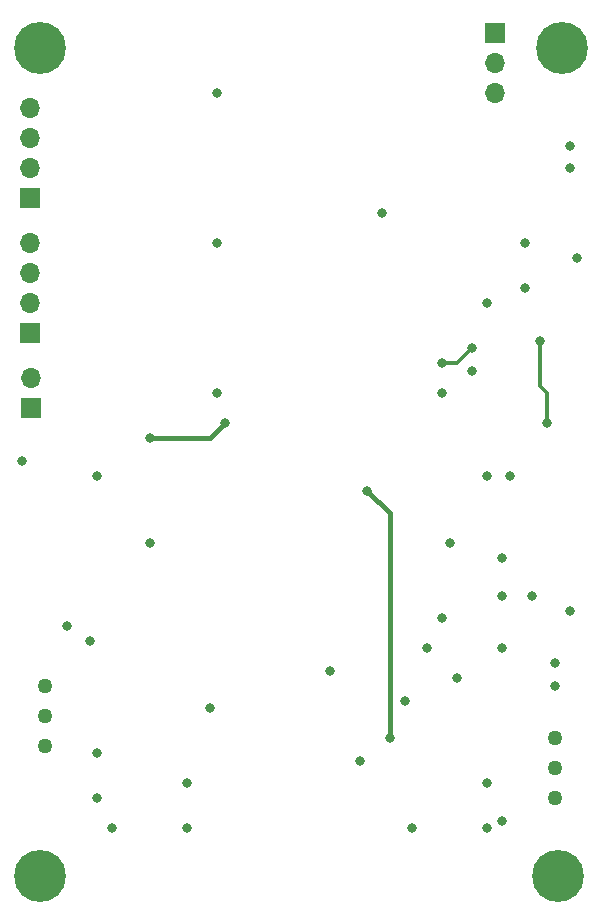
<source format=gbr>
%TF.GenerationSoftware,KiCad,Pcbnew,7.0.2-27-g7a50654f3b*%
%TF.CreationDate,2023-07-25T18:12:13-07:00*%
%TF.ProjectId,open_gamma_low_noise_v2,6f70656e-5f67-4616-9d6d-615f6c6f775f,rev?*%
%TF.SameCoordinates,Original*%
%TF.FileFunction,Copper,L4,Bot*%
%TF.FilePolarity,Positive*%
%FSLAX46Y46*%
G04 Gerber Fmt 4.6, Leading zero omitted, Abs format (unit mm)*
G04 Created by KiCad (PCBNEW 7.0.2-27-g7a50654f3b) date 2023-07-25 18:12:13*
%MOMM*%
%LPD*%
G01*
G04 APERTURE LIST*
%TA.AperFunction,ComponentPad*%
%ADD10R,1.700000X1.700000*%
%TD*%
%TA.AperFunction,ComponentPad*%
%ADD11O,1.700000X1.700000*%
%TD*%
%TA.AperFunction,ComponentPad*%
%ADD12C,0.700000*%
%TD*%
%TA.AperFunction,ComponentPad*%
%ADD13C,4.400000*%
%TD*%
%TA.AperFunction,ComponentPad*%
%ADD14C,1.269000*%
%TD*%
%TA.AperFunction,ViaPad*%
%ADD15C,0.800000*%
%TD*%
%TA.AperFunction,Conductor*%
%ADD16C,0.399999*%
%TD*%
%TA.AperFunction,Conductor*%
%ADD17C,0.340360*%
%TD*%
G04 APERTURE END LIST*
D10*
%TO.P,I2C1,1,Pin_1*%
%TO.N,GND*%
X149860000Y-60960000D03*
D11*
%TO.P,I2C1,2,Pin_2*%
%TO.N,VCC*%
X149860000Y-58420000D03*
%TO.P,I2C1,3,Pin_3*%
%TO.N,SCL*%
X149860000Y-55880000D03*
%TO.P,I2C1,4,Pin_4*%
%TO.N,SDA*%
X149860000Y-53340000D03*
%TD*%
D12*
%TO.P,H3,1,1*%
%TO.N,GND*%
X149100000Y-118364000D03*
X149583274Y-117197274D03*
X149583274Y-119530726D03*
X150750000Y-116714000D03*
D13*
X150750000Y-118364000D03*
D12*
X150750000Y-120014000D03*
X151916726Y-117197274D03*
X151916726Y-119530726D03*
X152400000Y-118364000D03*
%TD*%
D14*
%TO.P,R8,1,1*%
%TO.N,GND*%
X194310000Y-111760000D03*
%TO.P,R8,2,2*%
%TO.N,Net-(U1-IN-)*%
X194310000Y-109220000D03*
%TO.P,R8,3,3*%
X194310000Y-106680000D03*
%TD*%
D10*
%TO.P,UART1,1,Pin_1*%
%TO.N,UART1RX*%
X149975000Y-78740000D03*
D11*
%TO.P,UART1,2,Pin_2*%
%TO.N,UART1TX*%
X149975000Y-76200000D03*
%TD*%
D14*
%TO.P,R2,1,1*%
%TO.N,Net-(R2-Pad1)*%
X151130000Y-107315000D03*
%TO.P,R2,2,2*%
%TO.N,Net-(U5-FB)*%
X151130000Y-104775000D03*
%TO.P,R2,3,3*%
X151130000Y-102235000D03*
%TD*%
D12*
%TO.P,H4,1,1*%
%TO.N,GND*%
X192914000Y-118364000D03*
X193397274Y-117197274D03*
X193397274Y-119530726D03*
X194564000Y-116714000D03*
D13*
X194564000Y-118364000D03*
D12*
X194564000Y-120014000D03*
X195730726Y-117197274D03*
X195730726Y-119530726D03*
X196214000Y-118364000D03*
%TD*%
%TO.P,H2,1,1*%
%TO.N,GND*%
X193296000Y-48260000D03*
X193779274Y-47093274D03*
X193779274Y-49426726D03*
X194946000Y-46610000D03*
D13*
X194946000Y-48260000D03*
D12*
X194946000Y-49910000D03*
X196112726Y-47093274D03*
X196112726Y-49426726D03*
X196596000Y-48260000D03*
%TD*%
D10*
%TO.P,J3,1,Pin_1*%
%TO.N,VBUS*%
X189230000Y-46990000D03*
D11*
%TO.P,J3,2,Pin_2*%
%TO.N,VSYS*%
X189230000Y-49530000D03*
%TO.P,J3,3,Pin_3*%
%TO.N,GND*%
X189230000Y-52070000D03*
%TD*%
D12*
%TO.P,H1,1,1*%
%TO.N,GND*%
X149100000Y-48260000D03*
X149583274Y-47093274D03*
X149583274Y-49426726D03*
X150750000Y-46610000D03*
D13*
X150750000Y-48260000D03*
D12*
X150750000Y-49910000D03*
X151916726Y-47093274D03*
X151916726Y-49426726D03*
X152400000Y-48260000D03*
%TD*%
D10*
%TO.P,SPI1,1,Pin_1*%
%TO.N,CS*%
X149860000Y-72390000D03*
D11*
%TO.P,SPI1,2,Pin_2*%
%TO.N,RX*%
X149860000Y-69850000D03*
%TO.P,SPI1,3,Pin_3*%
%TO.N,TX*%
X149860000Y-67310000D03*
%TO.P,SPI1,4,Pin_4*%
%TO.N,SCK*%
X149860000Y-64770000D03*
%TD*%
D15*
%TO.N,GND*%
X177800000Y-108585000D03*
X194310000Y-102235000D03*
X189865000Y-91440000D03*
X186055000Y-101600000D03*
X195580000Y-95885000D03*
X187325000Y-75565000D03*
X191770000Y-64770000D03*
X165735000Y-77470000D03*
X153035000Y-97155000D03*
X165100000Y-104140000D03*
X184785000Y-77470000D03*
X156845000Y-114300000D03*
X192405000Y-94615000D03*
X185420000Y-90170000D03*
X154940000Y-98425000D03*
X155575000Y-111760000D03*
X183515000Y-99060000D03*
X163195000Y-110490000D03*
X188595000Y-84455000D03*
X188595000Y-114300000D03*
X184785000Y-96520000D03*
X189865000Y-113665000D03*
X188595000Y-69850000D03*
X182245000Y-114300000D03*
X179705000Y-62230000D03*
X155575000Y-84455000D03*
X155575000Y-107950000D03*
X149225000Y-83185000D03*
X163195000Y-114300000D03*
X188595000Y-110490000D03*
X165735000Y-64770000D03*
X160020000Y-90170000D03*
X175260000Y-100965000D03*
X195580000Y-58420000D03*
X191770000Y-68580000D03*
X165735000Y-52070000D03*
X194310000Y-100330000D03*
%TO.N,VCC*%
X181610000Y-103505000D03*
X196215000Y-66040000D03*
X189865000Y-94615000D03*
X190500000Y-84455000D03*
X189865000Y-99060000D03*
X195580000Y-56515000D03*
%TO.N,VSYS*%
X160020000Y-81280000D03*
X166370000Y-80010000D03*
%TO.N,RST*%
X187325000Y-73660000D03*
X184785000Y-74930000D03*
%TO.N,VREF*%
X180340000Y-106680000D03*
X178435000Y-85725000D03*
%TO.N,Net-(U4-+IN)*%
X193675000Y-80010000D03*
X193040000Y-73025000D03*
%TD*%
D16*
%TO.N,VSYS*%
X166370000Y-80010000D02*
X165100000Y-81280000D01*
X165100000Y-81280000D02*
X160020000Y-81280000D01*
D17*
%TO.N,RST*%
X184785000Y-74930000D02*
X186055000Y-74930000D01*
X186055000Y-74930000D02*
X187325000Y-73660000D01*
D16*
%TO.N,VREF*%
X180340000Y-87630000D02*
X178435000Y-85725000D01*
X180340000Y-106680000D02*
X180340000Y-87630000D01*
D17*
%TO.N,Net-(U4-+IN)*%
X193675000Y-80010000D02*
X193675000Y-77470000D01*
X193040000Y-76835000D02*
X193040000Y-75565000D01*
X193040000Y-75565000D02*
X193040000Y-73025000D01*
X193675000Y-77470000D02*
X193040000Y-76835000D01*
%TD*%
M02*

</source>
